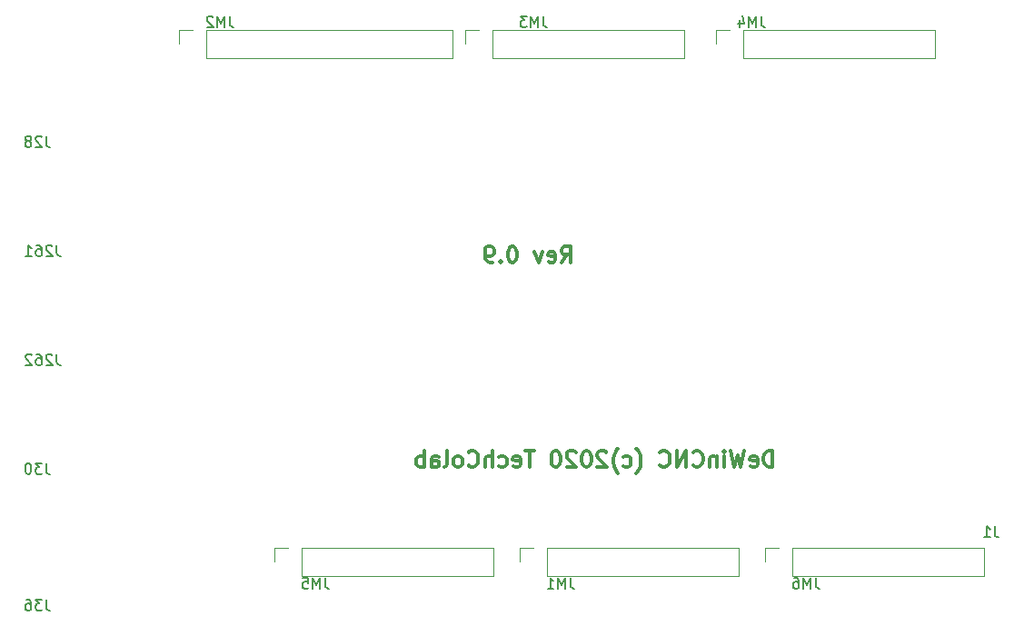
<source format=gbo>
%TF.GenerationSoftware,KiCad,Pcbnew,(5.1.6-0-10_14)*%
%TF.CreationDate,2020-10-31T20:27:49+00:00*%
%TF.ProjectId,DeWinCNC,44655769-6e43-44e4-932e-6b696361645f,0.5*%
%TF.SameCoordinates,Original*%
%TF.FileFunction,Legend,Bot*%
%TF.FilePolarity,Positive*%
%FSLAX46Y46*%
G04 Gerber Fmt 4.6, Leading zero omitted, Abs format (unit mm)*
G04 Created by KiCad (PCBNEW (5.1.6-0-10_14)) date 2020-10-31 20:27:49*
%MOMM*%
%LPD*%
G01*
G04 APERTURE LIST*
%ADD10C,0.300000*%
%ADD11C,0.120000*%
%ADD12C,0.150000*%
G04 APERTURE END LIST*
D10*
X182306428Y-110533571D02*
X182306428Y-109033571D01*
X181949285Y-109033571D01*
X181735000Y-109105000D01*
X181592142Y-109247857D01*
X181520714Y-109390714D01*
X181449285Y-109676428D01*
X181449285Y-109890714D01*
X181520714Y-110176428D01*
X181592142Y-110319285D01*
X181735000Y-110462142D01*
X181949285Y-110533571D01*
X182306428Y-110533571D01*
X180235000Y-110462142D02*
X180377857Y-110533571D01*
X180663571Y-110533571D01*
X180806428Y-110462142D01*
X180877857Y-110319285D01*
X180877857Y-109747857D01*
X180806428Y-109605000D01*
X180663571Y-109533571D01*
X180377857Y-109533571D01*
X180235000Y-109605000D01*
X180163571Y-109747857D01*
X180163571Y-109890714D01*
X180877857Y-110033571D01*
X179663571Y-109033571D02*
X179306428Y-110533571D01*
X179020714Y-109462142D01*
X178735000Y-110533571D01*
X178377857Y-109033571D01*
X177806428Y-110533571D02*
X177806428Y-109533571D01*
X177806428Y-109033571D02*
X177877857Y-109105000D01*
X177806428Y-109176428D01*
X177735000Y-109105000D01*
X177806428Y-109033571D01*
X177806428Y-109176428D01*
X177092142Y-109533571D02*
X177092142Y-110533571D01*
X177092142Y-109676428D02*
X177020714Y-109605000D01*
X176877857Y-109533571D01*
X176663571Y-109533571D01*
X176520714Y-109605000D01*
X176449285Y-109747857D01*
X176449285Y-110533571D01*
X174877857Y-110390714D02*
X174949285Y-110462142D01*
X175163571Y-110533571D01*
X175306428Y-110533571D01*
X175520714Y-110462142D01*
X175663571Y-110319285D01*
X175735000Y-110176428D01*
X175806428Y-109890714D01*
X175806428Y-109676428D01*
X175735000Y-109390714D01*
X175663571Y-109247857D01*
X175520714Y-109105000D01*
X175306428Y-109033571D01*
X175163571Y-109033571D01*
X174949285Y-109105000D01*
X174877857Y-109176428D01*
X174235000Y-110533571D02*
X174235000Y-109033571D01*
X173377857Y-110533571D01*
X173377857Y-109033571D01*
X171806428Y-110390714D02*
X171877857Y-110462142D01*
X172092142Y-110533571D01*
X172235000Y-110533571D01*
X172449285Y-110462142D01*
X172592142Y-110319285D01*
X172663571Y-110176428D01*
X172735000Y-109890714D01*
X172735000Y-109676428D01*
X172663571Y-109390714D01*
X172592142Y-109247857D01*
X172449285Y-109105000D01*
X172235000Y-109033571D01*
X172092142Y-109033571D01*
X171877857Y-109105000D01*
X171806428Y-109176428D01*
X169592142Y-111105000D02*
X169663571Y-111033571D01*
X169806428Y-110819285D01*
X169877857Y-110676428D01*
X169949285Y-110462142D01*
X170020714Y-110105000D01*
X170020714Y-109819285D01*
X169949285Y-109462142D01*
X169877857Y-109247857D01*
X169806428Y-109105000D01*
X169663571Y-108890714D01*
X169592142Y-108819285D01*
X168377857Y-110462142D02*
X168520714Y-110533571D01*
X168806428Y-110533571D01*
X168949285Y-110462142D01*
X169020714Y-110390714D01*
X169092142Y-110247857D01*
X169092142Y-109819285D01*
X169020714Y-109676428D01*
X168949285Y-109605000D01*
X168806428Y-109533571D01*
X168520714Y-109533571D01*
X168377857Y-109605000D01*
X167877857Y-111105000D02*
X167806428Y-111033571D01*
X167663571Y-110819285D01*
X167592142Y-110676428D01*
X167520714Y-110462142D01*
X167449285Y-110105000D01*
X167449285Y-109819285D01*
X167520714Y-109462142D01*
X167592142Y-109247857D01*
X167663571Y-109105000D01*
X167806428Y-108890714D01*
X167877857Y-108819285D01*
X166806428Y-109176428D02*
X166735000Y-109105000D01*
X166592142Y-109033571D01*
X166235000Y-109033571D01*
X166092142Y-109105000D01*
X166020714Y-109176428D01*
X165949285Y-109319285D01*
X165949285Y-109462142D01*
X166020714Y-109676428D01*
X166877857Y-110533571D01*
X165949285Y-110533571D01*
X165020714Y-109033571D02*
X164877857Y-109033571D01*
X164735000Y-109105000D01*
X164663571Y-109176428D01*
X164592142Y-109319285D01*
X164520714Y-109605000D01*
X164520714Y-109962142D01*
X164592142Y-110247857D01*
X164663571Y-110390714D01*
X164735000Y-110462142D01*
X164877857Y-110533571D01*
X165020714Y-110533571D01*
X165163571Y-110462142D01*
X165235000Y-110390714D01*
X165306428Y-110247857D01*
X165377857Y-109962142D01*
X165377857Y-109605000D01*
X165306428Y-109319285D01*
X165235000Y-109176428D01*
X165163571Y-109105000D01*
X165020714Y-109033571D01*
X163949285Y-109176428D02*
X163877857Y-109105000D01*
X163735000Y-109033571D01*
X163377857Y-109033571D01*
X163235000Y-109105000D01*
X163163571Y-109176428D01*
X163092142Y-109319285D01*
X163092142Y-109462142D01*
X163163571Y-109676428D01*
X164020714Y-110533571D01*
X163092142Y-110533571D01*
X162163571Y-109033571D02*
X162020714Y-109033571D01*
X161877857Y-109105000D01*
X161806428Y-109176428D01*
X161735000Y-109319285D01*
X161663571Y-109605000D01*
X161663571Y-109962142D01*
X161735000Y-110247857D01*
X161806428Y-110390714D01*
X161877857Y-110462142D01*
X162020714Y-110533571D01*
X162163571Y-110533571D01*
X162306428Y-110462142D01*
X162377857Y-110390714D01*
X162449285Y-110247857D01*
X162520714Y-109962142D01*
X162520714Y-109605000D01*
X162449285Y-109319285D01*
X162377857Y-109176428D01*
X162306428Y-109105000D01*
X162163571Y-109033571D01*
X160092142Y-109033571D02*
X159235000Y-109033571D01*
X159663571Y-110533571D02*
X159663571Y-109033571D01*
X158163571Y-110462142D02*
X158306428Y-110533571D01*
X158592142Y-110533571D01*
X158735000Y-110462142D01*
X158806428Y-110319285D01*
X158806428Y-109747857D01*
X158735000Y-109605000D01*
X158592142Y-109533571D01*
X158306428Y-109533571D01*
X158163571Y-109605000D01*
X158092142Y-109747857D01*
X158092142Y-109890714D01*
X158806428Y-110033571D01*
X156806428Y-110462142D02*
X156949285Y-110533571D01*
X157235000Y-110533571D01*
X157377857Y-110462142D01*
X157449285Y-110390714D01*
X157520714Y-110247857D01*
X157520714Y-109819285D01*
X157449285Y-109676428D01*
X157377857Y-109605000D01*
X157235000Y-109533571D01*
X156949285Y-109533571D01*
X156806428Y-109605000D01*
X156163571Y-110533571D02*
X156163571Y-109033571D01*
X155520714Y-110533571D02*
X155520714Y-109747857D01*
X155592142Y-109605000D01*
X155735000Y-109533571D01*
X155949285Y-109533571D01*
X156092142Y-109605000D01*
X156163571Y-109676428D01*
X153949285Y-110390714D02*
X154020714Y-110462142D01*
X154235000Y-110533571D01*
X154377857Y-110533571D01*
X154592142Y-110462142D01*
X154735000Y-110319285D01*
X154806428Y-110176428D01*
X154877857Y-109890714D01*
X154877857Y-109676428D01*
X154806428Y-109390714D01*
X154735000Y-109247857D01*
X154592142Y-109105000D01*
X154377857Y-109033571D01*
X154235000Y-109033571D01*
X154020714Y-109105000D01*
X153949285Y-109176428D01*
X153092142Y-110533571D02*
X153235000Y-110462142D01*
X153306428Y-110390714D01*
X153377857Y-110247857D01*
X153377857Y-109819285D01*
X153306428Y-109676428D01*
X153235000Y-109605000D01*
X153092142Y-109533571D01*
X152877857Y-109533571D01*
X152735000Y-109605000D01*
X152663571Y-109676428D01*
X152592142Y-109819285D01*
X152592142Y-110247857D01*
X152663571Y-110390714D01*
X152735000Y-110462142D01*
X152877857Y-110533571D01*
X153092142Y-110533571D01*
X151735000Y-110533571D02*
X151877857Y-110462142D01*
X151949285Y-110319285D01*
X151949285Y-109033571D01*
X150520714Y-110533571D02*
X150520714Y-109747857D01*
X150592142Y-109605000D01*
X150735000Y-109533571D01*
X151020714Y-109533571D01*
X151163571Y-109605000D01*
X150520714Y-110462142D02*
X150663571Y-110533571D01*
X151020714Y-110533571D01*
X151163571Y-110462142D01*
X151235000Y-110319285D01*
X151235000Y-110176428D01*
X151163571Y-110033571D01*
X151020714Y-109962142D01*
X150663571Y-109962142D01*
X150520714Y-109890714D01*
X149806428Y-110533571D02*
X149806428Y-109033571D01*
X149806428Y-109605000D02*
X149663571Y-109533571D01*
X149377857Y-109533571D01*
X149235000Y-109605000D01*
X149163571Y-109676428D01*
X149092142Y-109819285D01*
X149092142Y-110247857D01*
X149163571Y-110390714D01*
X149235000Y-110462142D01*
X149377857Y-110533571D01*
X149663571Y-110533571D01*
X149806428Y-110462142D01*
X162619142Y-91483571D02*
X163119142Y-90769285D01*
X163476285Y-91483571D02*
X163476285Y-89983571D01*
X162904857Y-89983571D01*
X162762000Y-90055000D01*
X162690571Y-90126428D01*
X162619142Y-90269285D01*
X162619142Y-90483571D01*
X162690571Y-90626428D01*
X162762000Y-90697857D01*
X162904857Y-90769285D01*
X163476285Y-90769285D01*
X161404857Y-91412142D02*
X161547714Y-91483571D01*
X161833428Y-91483571D01*
X161976285Y-91412142D01*
X162047714Y-91269285D01*
X162047714Y-90697857D01*
X161976285Y-90555000D01*
X161833428Y-90483571D01*
X161547714Y-90483571D01*
X161404857Y-90555000D01*
X161333428Y-90697857D01*
X161333428Y-90840714D01*
X162047714Y-90983571D01*
X160833428Y-90483571D02*
X160476285Y-91483571D01*
X160119142Y-90483571D01*
X158119142Y-89983571D02*
X157976285Y-89983571D01*
X157833428Y-90055000D01*
X157762000Y-90126428D01*
X157690571Y-90269285D01*
X157619142Y-90555000D01*
X157619142Y-90912142D01*
X157690571Y-91197857D01*
X157762000Y-91340714D01*
X157833428Y-91412142D01*
X157976285Y-91483571D01*
X158119142Y-91483571D01*
X158262000Y-91412142D01*
X158333428Y-91340714D01*
X158404857Y-91197857D01*
X158476285Y-90912142D01*
X158476285Y-90555000D01*
X158404857Y-90269285D01*
X158333428Y-90126428D01*
X158262000Y-90055000D01*
X158119142Y-89983571D01*
X156976285Y-91340714D02*
X156904857Y-91412142D01*
X156976285Y-91483571D01*
X157047714Y-91412142D01*
X156976285Y-91340714D01*
X156976285Y-91483571D01*
X156190571Y-91483571D02*
X155904857Y-91483571D01*
X155762000Y-91412142D01*
X155690571Y-91340714D01*
X155547714Y-91126428D01*
X155476285Y-90840714D01*
X155476285Y-90269285D01*
X155547714Y-90126428D01*
X155619142Y-90055000D01*
X155762000Y-89983571D01*
X156047714Y-89983571D01*
X156190571Y-90055000D01*
X156262000Y-90126428D01*
X156333428Y-90269285D01*
X156333428Y-90626428D01*
X156262000Y-90769285D01*
X156190571Y-90840714D01*
X156047714Y-90912142D01*
X155762000Y-90912142D01*
X155619142Y-90840714D01*
X155547714Y-90769285D01*
X155476285Y-90626428D01*
D11*
%TO.C,JM2*%
X152460000Y-69790000D02*
X152460000Y-72450000D01*
X129540000Y-69790000D02*
X152460000Y-69790000D01*
X129540000Y-72450000D02*
X152460000Y-72450000D01*
X129540000Y-69790000D02*
X129540000Y-72450000D01*
X128270000Y-69790000D02*
X126940000Y-69790000D01*
X126940000Y-69790000D02*
X126940000Y-71120000D01*
%TO.C,JM5*%
X156270000Y-118050000D02*
X156270000Y-120710000D01*
X138430000Y-118050000D02*
X156270000Y-118050000D01*
X138430000Y-120710000D02*
X156270000Y-120710000D01*
X138430000Y-118050000D02*
X138430000Y-120710000D01*
X137160000Y-118050000D02*
X135830000Y-118050000D01*
X135830000Y-118050000D02*
X135830000Y-119380000D01*
%TO.C,JM1*%
X179130000Y-118050000D02*
X179130000Y-120710000D01*
X161290000Y-118050000D02*
X179130000Y-118050000D01*
X161290000Y-120710000D02*
X179130000Y-120710000D01*
X161290000Y-118050000D02*
X161290000Y-120710000D01*
X160020000Y-118050000D02*
X158690000Y-118050000D01*
X158690000Y-118050000D02*
X158690000Y-119380000D01*
%TO.C,JM6*%
X201990000Y-118050000D02*
X201990000Y-120710000D01*
X184150000Y-118050000D02*
X201990000Y-118050000D01*
X184150000Y-120710000D02*
X201990000Y-120710000D01*
X184150000Y-118050000D02*
X184150000Y-120710000D01*
X182880000Y-118050000D02*
X181550000Y-118050000D01*
X181550000Y-118050000D02*
X181550000Y-119380000D01*
%TO.C,JM3*%
X174050000Y-69790000D02*
X174050000Y-72450000D01*
X156210000Y-69790000D02*
X174050000Y-69790000D01*
X156210000Y-72450000D02*
X174050000Y-72450000D01*
X156210000Y-69790000D02*
X156210000Y-72450000D01*
X154940000Y-69790000D02*
X153610000Y-69790000D01*
X153610000Y-69790000D02*
X153610000Y-71120000D01*
%TO.C,JM4*%
X197418000Y-69790000D02*
X197418000Y-72450000D01*
X179578000Y-69790000D02*
X197418000Y-69790000D01*
X179578000Y-72450000D02*
X197418000Y-72450000D01*
X179578000Y-69790000D02*
X179578000Y-72450000D01*
X178308000Y-69790000D02*
X176978000Y-69790000D01*
X176978000Y-69790000D02*
X176978000Y-71120000D01*
%TO.C,JM2*%
D12*
X131714761Y-68540380D02*
X131714761Y-69254666D01*
X131762380Y-69397523D01*
X131857619Y-69492761D01*
X132000476Y-69540380D01*
X132095714Y-69540380D01*
X131238571Y-69540380D02*
X131238571Y-68540380D01*
X130905238Y-69254666D01*
X130571904Y-68540380D01*
X130571904Y-69540380D01*
X130143333Y-68635619D02*
X130095714Y-68588000D01*
X130000476Y-68540380D01*
X129762380Y-68540380D01*
X129667142Y-68588000D01*
X129619523Y-68635619D01*
X129571904Y-68730857D01*
X129571904Y-68826095D01*
X129619523Y-68968952D01*
X130190952Y-69540380D01*
X129571904Y-69540380D01*
%TO.C,JM5*%
X140604761Y-120864380D02*
X140604761Y-121578666D01*
X140652380Y-121721523D01*
X140747619Y-121816761D01*
X140890476Y-121864380D01*
X140985714Y-121864380D01*
X140128571Y-121864380D02*
X140128571Y-120864380D01*
X139795238Y-121578666D01*
X139461904Y-120864380D01*
X139461904Y-121864380D01*
X138509523Y-120864380D02*
X138985714Y-120864380D01*
X139033333Y-121340571D01*
X138985714Y-121292952D01*
X138890476Y-121245333D01*
X138652380Y-121245333D01*
X138557142Y-121292952D01*
X138509523Y-121340571D01*
X138461904Y-121435809D01*
X138461904Y-121673904D01*
X138509523Y-121769142D01*
X138557142Y-121816761D01*
X138652380Y-121864380D01*
X138890476Y-121864380D01*
X138985714Y-121816761D01*
X139033333Y-121769142D01*
%TO.C,JM1*%
X163464761Y-120864380D02*
X163464761Y-121578666D01*
X163512380Y-121721523D01*
X163607619Y-121816761D01*
X163750476Y-121864380D01*
X163845714Y-121864380D01*
X162988571Y-121864380D02*
X162988571Y-120864380D01*
X162655238Y-121578666D01*
X162321904Y-120864380D01*
X162321904Y-121864380D01*
X161321904Y-121864380D02*
X161893333Y-121864380D01*
X161607619Y-121864380D02*
X161607619Y-120864380D01*
X161702857Y-121007238D01*
X161798095Y-121102476D01*
X161893333Y-121150095D01*
%TO.C,JM6*%
X186324761Y-120864380D02*
X186324761Y-121578666D01*
X186372380Y-121721523D01*
X186467619Y-121816761D01*
X186610476Y-121864380D01*
X186705714Y-121864380D01*
X185848571Y-121864380D02*
X185848571Y-120864380D01*
X185515238Y-121578666D01*
X185181904Y-120864380D01*
X185181904Y-121864380D01*
X184277142Y-120864380D02*
X184467619Y-120864380D01*
X184562857Y-120912000D01*
X184610476Y-120959619D01*
X184705714Y-121102476D01*
X184753333Y-121292952D01*
X184753333Y-121673904D01*
X184705714Y-121769142D01*
X184658095Y-121816761D01*
X184562857Y-121864380D01*
X184372380Y-121864380D01*
X184277142Y-121816761D01*
X184229523Y-121769142D01*
X184181904Y-121673904D01*
X184181904Y-121435809D01*
X184229523Y-121340571D01*
X184277142Y-121292952D01*
X184372380Y-121245333D01*
X184562857Y-121245333D01*
X184658095Y-121292952D01*
X184705714Y-121340571D01*
X184753333Y-121435809D01*
%TO.C,JM3*%
X160924761Y-68540380D02*
X160924761Y-69254666D01*
X160972380Y-69397523D01*
X161067619Y-69492761D01*
X161210476Y-69540380D01*
X161305714Y-69540380D01*
X160448571Y-69540380D02*
X160448571Y-68540380D01*
X160115238Y-69254666D01*
X159781904Y-68540380D01*
X159781904Y-69540380D01*
X159400952Y-68540380D02*
X158781904Y-68540380D01*
X159115238Y-68921333D01*
X158972380Y-68921333D01*
X158877142Y-68968952D01*
X158829523Y-69016571D01*
X158781904Y-69111809D01*
X158781904Y-69349904D01*
X158829523Y-69445142D01*
X158877142Y-69492761D01*
X158972380Y-69540380D01*
X159258095Y-69540380D01*
X159353333Y-69492761D01*
X159400952Y-69445142D01*
%TO.C,JM4*%
X181244761Y-68540380D02*
X181244761Y-69254666D01*
X181292380Y-69397523D01*
X181387619Y-69492761D01*
X181530476Y-69540380D01*
X181625714Y-69540380D01*
X180768571Y-69540380D02*
X180768571Y-68540380D01*
X180435238Y-69254666D01*
X180101904Y-68540380D01*
X180101904Y-69540380D01*
X179197142Y-68873714D02*
X179197142Y-69540380D01*
X179435238Y-68492761D02*
X179673333Y-69207047D01*
X179054285Y-69207047D01*
%TO.C,J1*%
X202999333Y-116082380D02*
X202999333Y-116796666D01*
X203046952Y-116939523D01*
X203142190Y-117034761D01*
X203285047Y-117082380D01*
X203380285Y-117082380D01*
X201999333Y-117082380D02*
X202570761Y-117082380D01*
X202285047Y-117082380D02*
X202285047Y-116082380D01*
X202380285Y-116225238D01*
X202475523Y-116320476D01*
X202570761Y-116368095D01*
%TO.C,J36*%
X114601523Y-122896380D02*
X114601523Y-123610666D01*
X114649142Y-123753523D01*
X114744380Y-123848761D01*
X114887238Y-123896380D01*
X114982476Y-123896380D01*
X114220571Y-122896380D02*
X113601523Y-122896380D01*
X113934857Y-123277333D01*
X113792000Y-123277333D01*
X113696761Y-123324952D01*
X113649142Y-123372571D01*
X113601523Y-123467809D01*
X113601523Y-123705904D01*
X113649142Y-123801142D01*
X113696761Y-123848761D01*
X113792000Y-123896380D01*
X114077714Y-123896380D01*
X114172952Y-123848761D01*
X114220571Y-123801142D01*
X112744380Y-122896380D02*
X112934857Y-122896380D01*
X113030095Y-122944000D01*
X113077714Y-122991619D01*
X113172952Y-123134476D01*
X113220571Y-123324952D01*
X113220571Y-123705904D01*
X113172952Y-123801142D01*
X113125333Y-123848761D01*
X113030095Y-123896380D01*
X112839619Y-123896380D01*
X112744380Y-123848761D01*
X112696761Y-123801142D01*
X112649142Y-123705904D01*
X112649142Y-123467809D01*
X112696761Y-123372571D01*
X112744380Y-123324952D01*
X112839619Y-123277333D01*
X113030095Y-123277333D01*
X113125333Y-123324952D01*
X113172952Y-123372571D01*
X113220571Y-123467809D01*
%TO.C,J30*%
X114601523Y-110196380D02*
X114601523Y-110910666D01*
X114649142Y-111053523D01*
X114744380Y-111148761D01*
X114887238Y-111196380D01*
X114982476Y-111196380D01*
X114220571Y-110196380D02*
X113601523Y-110196380D01*
X113934857Y-110577333D01*
X113792000Y-110577333D01*
X113696761Y-110624952D01*
X113649142Y-110672571D01*
X113601523Y-110767809D01*
X113601523Y-111005904D01*
X113649142Y-111101142D01*
X113696761Y-111148761D01*
X113792000Y-111196380D01*
X114077714Y-111196380D01*
X114172952Y-111148761D01*
X114220571Y-111101142D01*
X112982476Y-110196380D02*
X112887238Y-110196380D01*
X112792000Y-110244000D01*
X112744380Y-110291619D01*
X112696761Y-110386857D01*
X112649142Y-110577333D01*
X112649142Y-110815428D01*
X112696761Y-111005904D01*
X112744380Y-111101142D01*
X112792000Y-111148761D01*
X112887238Y-111196380D01*
X112982476Y-111196380D01*
X113077714Y-111148761D01*
X113125333Y-111101142D01*
X113172952Y-111005904D01*
X113220571Y-110815428D01*
X113220571Y-110577333D01*
X113172952Y-110386857D01*
X113125333Y-110291619D01*
X113077714Y-110244000D01*
X112982476Y-110196380D01*
%TO.C,J262*%
X115585714Y-100036380D02*
X115585714Y-100750666D01*
X115633333Y-100893523D01*
X115728571Y-100988761D01*
X115871428Y-101036380D01*
X115966666Y-101036380D01*
X115157142Y-100131619D02*
X115109523Y-100084000D01*
X115014285Y-100036380D01*
X114776190Y-100036380D01*
X114680952Y-100084000D01*
X114633333Y-100131619D01*
X114585714Y-100226857D01*
X114585714Y-100322095D01*
X114633333Y-100464952D01*
X115204761Y-101036380D01*
X114585714Y-101036380D01*
X113728571Y-100036380D02*
X113919047Y-100036380D01*
X114014285Y-100084000D01*
X114061904Y-100131619D01*
X114157142Y-100274476D01*
X114204761Y-100464952D01*
X114204761Y-100845904D01*
X114157142Y-100941142D01*
X114109523Y-100988761D01*
X114014285Y-101036380D01*
X113823809Y-101036380D01*
X113728571Y-100988761D01*
X113680952Y-100941142D01*
X113633333Y-100845904D01*
X113633333Y-100607809D01*
X113680952Y-100512571D01*
X113728571Y-100464952D01*
X113823809Y-100417333D01*
X114014285Y-100417333D01*
X114109523Y-100464952D01*
X114157142Y-100512571D01*
X114204761Y-100607809D01*
X113252380Y-100131619D02*
X113204761Y-100084000D01*
X113109523Y-100036380D01*
X112871428Y-100036380D01*
X112776190Y-100084000D01*
X112728571Y-100131619D01*
X112680952Y-100226857D01*
X112680952Y-100322095D01*
X112728571Y-100464952D01*
X113300000Y-101036380D01*
X112680952Y-101036380D01*
%TO.C,J261*%
X115585714Y-89876380D02*
X115585714Y-90590666D01*
X115633333Y-90733523D01*
X115728571Y-90828761D01*
X115871428Y-90876380D01*
X115966666Y-90876380D01*
X115157142Y-89971619D02*
X115109523Y-89924000D01*
X115014285Y-89876380D01*
X114776190Y-89876380D01*
X114680952Y-89924000D01*
X114633333Y-89971619D01*
X114585714Y-90066857D01*
X114585714Y-90162095D01*
X114633333Y-90304952D01*
X115204761Y-90876380D01*
X114585714Y-90876380D01*
X113728571Y-89876380D02*
X113919047Y-89876380D01*
X114014285Y-89924000D01*
X114061904Y-89971619D01*
X114157142Y-90114476D01*
X114204761Y-90304952D01*
X114204761Y-90685904D01*
X114157142Y-90781142D01*
X114109523Y-90828761D01*
X114014285Y-90876380D01*
X113823809Y-90876380D01*
X113728571Y-90828761D01*
X113680952Y-90781142D01*
X113633333Y-90685904D01*
X113633333Y-90447809D01*
X113680952Y-90352571D01*
X113728571Y-90304952D01*
X113823809Y-90257333D01*
X114014285Y-90257333D01*
X114109523Y-90304952D01*
X114157142Y-90352571D01*
X114204761Y-90447809D01*
X112680952Y-90876380D02*
X113252380Y-90876380D01*
X112966666Y-90876380D02*
X112966666Y-89876380D01*
X113061904Y-90019238D01*
X113157142Y-90114476D01*
X113252380Y-90162095D01*
%TO.C,J28*%
X114601523Y-79716380D02*
X114601523Y-80430666D01*
X114649142Y-80573523D01*
X114744380Y-80668761D01*
X114887238Y-80716380D01*
X114982476Y-80716380D01*
X114172952Y-79811619D02*
X114125333Y-79764000D01*
X114030095Y-79716380D01*
X113792000Y-79716380D01*
X113696761Y-79764000D01*
X113649142Y-79811619D01*
X113601523Y-79906857D01*
X113601523Y-80002095D01*
X113649142Y-80144952D01*
X114220571Y-80716380D01*
X113601523Y-80716380D01*
X113030095Y-80144952D02*
X113125333Y-80097333D01*
X113172952Y-80049714D01*
X113220571Y-79954476D01*
X113220571Y-79906857D01*
X113172952Y-79811619D01*
X113125333Y-79764000D01*
X113030095Y-79716380D01*
X112839619Y-79716380D01*
X112744380Y-79764000D01*
X112696761Y-79811619D01*
X112649142Y-79906857D01*
X112649142Y-79954476D01*
X112696761Y-80049714D01*
X112744380Y-80097333D01*
X112839619Y-80144952D01*
X113030095Y-80144952D01*
X113125333Y-80192571D01*
X113172952Y-80240190D01*
X113220571Y-80335428D01*
X113220571Y-80525904D01*
X113172952Y-80621142D01*
X113125333Y-80668761D01*
X113030095Y-80716380D01*
X112839619Y-80716380D01*
X112744380Y-80668761D01*
X112696761Y-80621142D01*
X112649142Y-80525904D01*
X112649142Y-80335428D01*
X112696761Y-80240190D01*
X112744380Y-80192571D01*
X112839619Y-80144952D01*
%TD*%
M02*

</source>
